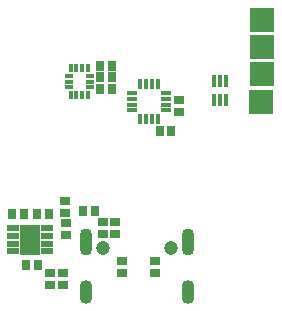
<source format=gbs>
G04*
G04 #@! TF.GenerationSoftware,Altium Limited,Altium Designer,22.10.1 (41)*
G04*
G04 Layer_Color=16711935*
%FSLAX44Y44*%
%MOMM*%
G71*
G04*
G04 #@! TF.SameCoordinates,4435170C-8FAF-4430-8920-974BABAA59A2*
G04*
G04*
G04 #@! TF.FilePolarity,Negative*
G04*
G01*
G75*
%ADD35R,0.4524X1.1424*%
%ADD36R,0.8524X0.7524*%
%ADD37R,0.7524X0.8524*%
%ADD45R,2.1524X2.1524*%
%ADD48C,1.2000*%
%ADD49O,1.1000X2.3000*%
%ADD50O,1.1000X2.0000*%
%ADD79R,0.4000X0.9000*%
%ADD80R,0.9000X0.4000*%
%ADD81R,1.8024X2.6024*%
%ADD82R,1.0024X0.5024*%
%ADD83R,0.7524X0.4524*%
%ADD84R,0.4524X0.7524*%
D35*
X925000Y750950D02*
D03*
X920000D02*
D03*
X915000D02*
D03*
Y767050D02*
D03*
X920000D02*
D03*
X925000D02*
D03*
D36*
X821000Y638000D02*
D03*
Y648000D02*
D03*
X776000Y595000D02*
D03*
Y605000D02*
D03*
X787000Y595000D02*
D03*
Y605000D02*
D03*
X885000Y741000D02*
D03*
Y751000D02*
D03*
X790000Y647000D02*
D03*
Y637000D02*
D03*
X789000Y656000D02*
D03*
Y666000D02*
D03*
X831000Y648000D02*
D03*
Y638000D02*
D03*
X865000Y605000D02*
D03*
Y615000D02*
D03*
X837500Y605000D02*
D03*
Y615000D02*
D03*
D37*
X744000Y655000D02*
D03*
X754000D02*
D03*
X818500Y760500D02*
D03*
X828500D02*
D03*
X818500Y780500D02*
D03*
X828500D02*
D03*
X818500Y770500D02*
D03*
X828500D02*
D03*
X869000Y725000D02*
D03*
X879000D02*
D03*
X766000Y612000D02*
D03*
X756000D02*
D03*
X775000Y655000D02*
D03*
X765000D02*
D03*
X804000Y657000D02*
D03*
X814000D02*
D03*
D45*
X956000Y819000D02*
D03*
X956000Y796000D02*
D03*
Y773000D02*
D03*
X955000Y750000D02*
D03*
D48*
X879000Y626000D02*
D03*
X821000D02*
D03*
D49*
X806750Y631000D02*
D03*
X893250D02*
D03*
D50*
Y589000D02*
D03*
X806750D02*
D03*
D79*
X852500Y735500D02*
D03*
X857500D02*
D03*
X862500D02*
D03*
X867500D02*
D03*
Y764500D02*
D03*
X862500D02*
D03*
X857500D02*
D03*
X852500D02*
D03*
D80*
X874500Y742500D02*
D03*
Y747500D02*
D03*
Y752500D02*
D03*
Y757500D02*
D03*
X845500D02*
D03*
Y752500D02*
D03*
Y747500D02*
D03*
Y742500D02*
D03*
D81*
X759000Y633000D02*
D03*
D82*
X744500Y642750D02*
D03*
Y636250D02*
D03*
Y629750D02*
D03*
Y623250D02*
D03*
X773500D02*
D03*
Y629750D02*
D03*
Y636250D02*
D03*
Y642750D02*
D03*
D83*
X792000Y772000D02*
D03*
Y767000D02*
D03*
Y762000D02*
D03*
X810000D02*
D03*
Y767000D02*
D03*
Y772000D02*
D03*
D84*
X793500Y755500D02*
D03*
X798500D02*
D03*
X803500D02*
D03*
X808500D02*
D03*
Y778500D02*
D03*
X803500D02*
D03*
X798500D02*
D03*
X793500D02*
D03*
M02*

</source>
